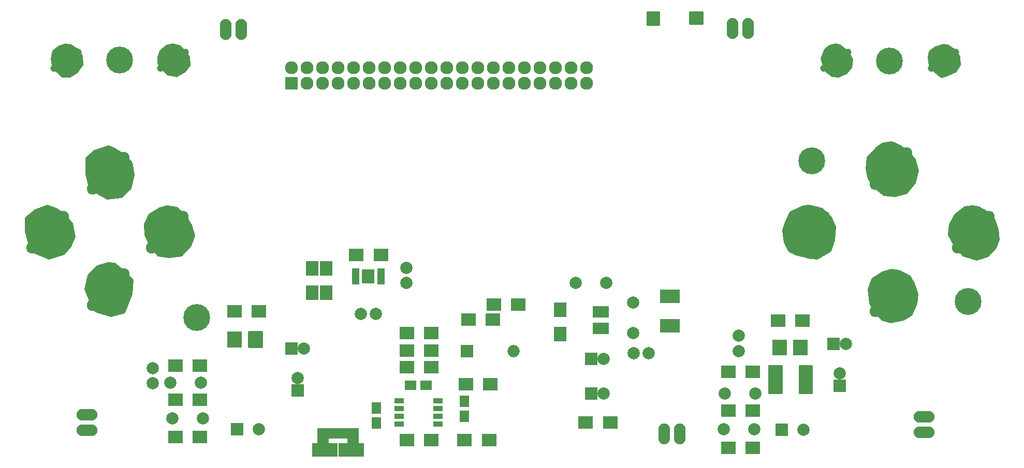
<source format=gts>
G04 #@! TF.FileFunction,Soldermask,Top*
%FSLAX46Y46*%
G04 Gerber Fmt 4.6, Leading zero omitted, Abs format (unit mm)*
G04 Created by KiCad (PCBNEW 4.0.7-e2-6376~58~ubuntu16.04.1) date Sun Sep 24 14:08:17 2017*
%MOMM*%
%LPD*%
G01*
G04 APERTURE LIST*
%ADD10C,0.100000*%
%ADD11C,2.000000*%
%ADD12R,2.000000X2.000000*%
%ADD13R,0.850000X1.780000*%
%ADD14R,1.875000X2.500000*%
%ADD15R,2.775000X2.300000*%
%ADD16R,1.575000X2.300000*%
%ADD17O,1.910000X3.410000*%
%ADD18O,3.410000X1.910000*%
%ADD19R,2.127200X2.127200*%
%ADD20O,2.127200X2.127200*%
%ADD21R,3.190000X2.303000*%
%ADD22R,1.290000X0.705000*%
%ADD23R,1.240000X1.340000*%
%ADD24R,0.800000X1.960000*%
%ADD25R,2.400000X0.800000*%
%ADD26R,1.650000X1.900000*%
%ADD27R,1.900000X1.650000*%
%ADD28O,2.000000X2.000000*%
%ADD29R,1.543000X0.908000*%
%ADD30C,1.924000*%
%ADD31C,1.150000*%
%ADD32R,2.400000X2.100000*%
%ADD33R,2.100000X2.400000*%
%ADD34C,4.400000*%
%ADD35C,0.254000*%
G04 APERTURE END LIST*
D10*
D11*
X130891000Y-113405000D03*
X128391000Y-113405000D03*
X172974000Y-116586000D03*
X172974000Y-111586000D03*
D12*
X166136000Y-120794000D03*
D11*
X168136000Y-120794000D03*
X168536000Y-108344000D03*
X163536000Y-108344000D03*
X175514000Y-119888000D03*
X173014000Y-119888000D03*
X190200000Y-119500000D03*
X190200000Y-117000000D03*
D12*
X197280000Y-132440000D03*
D11*
X200780000Y-132440000D03*
X192786000Y-132334000D03*
X187786000Y-132334000D03*
X94400000Y-122300000D03*
X94400000Y-124800000D03*
D12*
X108204000Y-132334000D03*
D11*
X111704000Y-132334000D03*
X97282000Y-124714000D03*
X102282000Y-124714000D03*
X102616000Y-130556000D03*
X97616000Y-130556000D03*
X187960000Y-126492000D03*
X192960000Y-126492000D03*
D13*
X123400000Y-133040000D03*
X124050000Y-133040000D03*
X124700000Y-133040000D03*
X125350000Y-133040000D03*
X126000000Y-133040000D03*
D14*
X122237500Y-133400000D03*
X127162500Y-133400000D03*
D15*
X121790000Y-135700000D03*
X127610000Y-135700000D03*
D16*
X123860000Y-135700000D03*
X125540000Y-135700000D03*
D17*
X178054000Y-133096000D03*
X180594000Y-133096000D03*
D18*
X220500000Y-132800000D03*
X220500000Y-130260000D03*
X83600000Y-132500000D03*
X83600000Y-129960000D03*
D19*
X117094000Y-75692000D03*
D20*
X117094000Y-73152000D03*
X119634000Y-75692000D03*
X119634000Y-73152000D03*
X122174000Y-75692000D03*
X122174000Y-73152000D03*
X124714000Y-75692000D03*
X124714000Y-73152000D03*
X127254000Y-75692000D03*
X127254000Y-73152000D03*
X129794000Y-75692000D03*
X129794000Y-73152000D03*
X132334000Y-75692000D03*
X132334000Y-73152000D03*
X134874000Y-75692000D03*
X134874000Y-73152000D03*
X137414000Y-75692000D03*
X137414000Y-73152000D03*
X139954000Y-75692000D03*
X139954000Y-73152000D03*
X142494000Y-75692000D03*
X142494000Y-73152000D03*
X145034000Y-75692000D03*
X145034000Y-73152000D03*
X147574000Y-75692000D03*
X147574000Y-73152000D03*
X150114000Y-75692000D03*
X150114000Y-73152000D03*
X152654000Y-75692000D03*
X152654000Y-73152000D03*
X155194000Y-75692000D03*
X155194000Y-73152000D03*
X157734000Y-75692000D03*
X157734000Y-73152000D03*
X160274000Y-75692000D03*
X160274000Y-73152000D03*
X162814000Y-75692000D03*
X162814000Y-73152000D03*
X165354000Y-75692000D03*
X165354000Y-73152000D03*
D21*
X179000000Y-110573500D03*
X179000000Y-115426500D03*
D22*
X131746000Y-108305000D03*
X131746000Y-107805000D03*
X131746000Y-107305000D03*
X131746000Y-106805000D03*
X131746000Y-106305000D03*
X127536000Y-106305000D03*
X127536000Y-106805000D03*
X127536000Y-107305000D03*
X127536000Y-107805000D03*
X127536000Y-108305000D03*
D23*
X129221000Y-106835000D03*
X129221000Y-107775000D03*
X130061000Y-106835000D03*
X130061000Y-107775000D03*
D24*
X166656000Y-115844000D03*
X167306000Y-115844000D03*
X167966000Y-115844000D03*
X168616000Y-115844000D03*
X168616000Y-113144000D03*
X167966000Y-113144000D03*
X167306000Y-113144000D03*
X166656000Y-113144000D03*
D25*
X196905000Y-117975000D03*
X196905000Y-118615000D03*
X196905000Y-119275000D03*
X196905000Y-119915000D03*
X200325000Y-119915000D03*
X200325000Y-119275000D03*
X200325000Y-118615000D03*
X200325000Y-117975000D03*
X107764000Y-116632000D03*
X107764000Y-117272000D03*
X107764000Y-117932000D03*
X107764000Y-118572000D03*
X111184000Y-118572000D03*
X111184000Y-117932000D03*
X111184000Y-117272000D03*
X111184000Y-116632000D03*
D12*
X166136000Y-126494000D03*
D11*
X168136000Y-126494000D03*
D17*
X106300000Y-66900000D03*
X108840000Y-66900000D03*
X189250000Y-66750000D03*
X191790000Y-66750000D03*
D26*
X131000000Y-128850000D03*
X131000000Y-131350000D03*
D27*
X136592000Y-125090000D03*
X139092000Y-125090000D03*
D26*
X145400000Y-130250000D03*
X145400000Y-127750000D03*
D12*
X145800000Y-119500000D03*
D28*
X153420000Y-119500000D03*
D29*
X141017000Y-127685000D03*
X141017000Y-128955000D03*
X141017000Y-130225000D03*
X141017000Y-131495000D03*
X134667000Y-131495000D03*
X134667000Y-130225000D03*
X134667000Y-128955000D03*
X134667000Y-127685000D03*
D30*
X89662000Y-87884000D03*
X84582000Y-92964000D03*
X89662000Y-106934000D03*
X84582000Y-112014000D03*
X79756000Y-97536000D03*
X74676000Y-102616000D03*
X99314000Y-97536000D03*
X94234000Y-102616000D03*
X231140000Y-97536000D03*
X226060000Y-102616000D03*
X217678000Y-107950000D03*
X212598000Y-113030000D03*
X217678000Y-87122000D03*
X212598000Y-92202000D03*
X204216000Y-97536000D03*
X199136000Y-102616000D03*
D11*
X135841000Y-108405000D03*
X135841000Y-105905000D03*
D12*
X206756000Y-125222000D03*
D11*
X206756000Y-123222000D03*
D12*
X205740000Y-118364000D03*
D11*
X207740000Y-118364000D03*
D12*
X117094000Y-119126000D03*
D11*
X119094000Y-119126000D03*
D12*
X118110000Y-125984000D03*
D11*
X118110000Y-123984000D03*
D31*
X221700000Y-73200000D03*
X225700000Y-70600000D03*
X204100000Y-73200000D03*
X208100000Y-70600000D03*
X95700000Y-73200000D03*
X99700000Y-70600000D03*
X78200000Y-73200000D03*
X82200000Y-70600000D03*
D32*
X127700000Y-103800000D03*
X131700000Y-103800000D03*
D33*
X122772000Y-109980000D03*
X122772000Y-105980000D03*
X120486000Y-109980000D03*
X120486000Y-105980000D03*
D32*
X146000000Y-114400000D03*
X150000000Y-114400000D03*
X139942000Y-116540000D03*
X135942000Y-116540000D03*
X135942000Y-119490000D03*
X139942000Y-119490000D03*
X135942000Y-122190000D03*
X139942000Y-122190000D03*
X149600000Y-125000000D03*
X145600000Y-125000000D03*
X145400000Y-134100000D03*
X149400000Y-134100000D03*
X169200000Y-131200000D03*
X165200000Y-131200000D03*
X188500000Y-129286000D03*
X192500000Y-129286000D03*
X200628000Y-114554000D03*
X196628000Y-114554000D03*
X188500000Y-122936000D03*
X192500000Y-122936000D03*
X188500000Y-135382000D03*
X192500000Y-135382000D03*
X98076000Y-127508000D03*
X102076000Y-127508000D03*
X98076000Y-121920000D03*
X102076000Y-121920000D03*
X111728000Y-113030000D03*
X107728000Y-113030000D03*
X98076000Y-133604000D03*
X102076000Y-133604000D03*
D33*
X160986000Y-116744000D03*
X160986000Y-112744000D03*
D32*
X150200000Y-111900000D03*
X154200000Y-111900000D03*
X135922000Y-134112000D03*
X139922000Y-134112000D03*
D34*
X101600000Y-114000000D03*
X214900000Y-72000000D03*
X89000000Y-71850000D03*
X202200000Y-88400000D03*
X227700000Y-111400000D03*
D35*
G36*
X202069577Y-95723431D02*
X203737381Y-96213961D01*
X205295019Y-97576895D01*
X205970673Y-99121246D01*
X205774776Y-101374063D01*
X205194969Y-103113483D01*
X202974075Y-104368771D01*
X201445502Y-104177700D01*
X201410447Y-104154330D01*
X201370802Y-104136792D01*
X199548361Y-103681182D01*
X198396672Y-103009363D01*
X197722133Y-101660286D01*
X197525840Y-100482531D01*
X197429133Y-99612165D01*
X197818294Y-98347393D01*
X198594660Y-96794660D01*
X200540569Y-95821705D01*
X201598864Y-95629288D01*
X202069577Y-95723431D01*
X202069577Y-95723431D01*
G37*
X202069577Y-95723431D02*
X203737381Y-96213961D01*
X205295019Y-97576895D01*
X205970673Y-99121246D01*
X205774776Y-101374063D01*
X205194969Y-103113483D01*
X202974075Y-104368771D01*
X201445502Y-104177700D01*
X201410447Y-104154330D01*
X201370802Y-104136792D01*
X199548361Y-103681182D01*
X198396672Y-103009363D01*
X197722133Y-101660286D01*
X197525840Y-100482531D01*
X197429133Y-99612165D01*
X197818294Y-98347393D01*
X198594660Y-96794660D01*
X200540569Y-95821705D01*
X201598864Y-95629288D01*
X202069577Y-95723431D01*
G36*
X215651280Y-85417630D02*
X216632960Y-85908470D01*
X218208523Y-87090143D01*
X218985731Y-88158803D01*
X219567092Y-89902887D01*
X218985151Y-91939682D01*
X217625881Y-93590224D01*
X215786984Y-94170928D01*
X213950289Y-93977592D01*
X212494008Y-92812568D01*
X211417646Y-91246950D01*
X211028569Y-89690643D01*
X211221859Y-87757747D01*
X212784216Y-86195390D01*
X213654304Y-85518655D01*
X215091835Y-85231148D01*
X215651280Y-85417630D01*
X215651280Y-85417630D01*
G37*
X215651280Y-85417630D02*
X216632960Y-85908470D01*
X218208523Y-87090143D01*
X218985731Y-88158803D01*
X219567092Y-89902887D01*
X218985151Y-91939682D01*
X217625881Y-93590224D01*
X215786984Y-94170928D01*
X213950289Y-93977592D01*
X212494008Y-92812568D01*
X211417646Y-91246950D01*
X211028569Y-89690643D01*
X211221859Y-87757747D01*
X212784216Y-86195390D01*
X213654304Y-85518655D01*
X215091835Y-85231148D01*
X215651280Y-85417630D01*
G36*
X229453522Y-95920220D02*
X230919037Y-96799529D01*
X232088154Y-98066072D01*
X232575263Y-99527399D01*
X232770080Y-101280748D01*
X232191947Y-102629724D01*
X230929764Y-103988998D01*
X229099307Y-104567037D01*
X226871685Y-103889065D01*
X225505423Y-102327623D01*
X224530733Y-100475712D01*
X224723715Y-98835371D01*
X225501733Y-97182081D01*
X227150796Y-95921033D01*
X228496426Y-95728801D01*
X229453522Y-95920220D01*
X229453522Y-95920220D01*
G37*
X229453522Y-95920220D02*
X230919037Y-96799529D01*
X232088154Y-98066072D01*
X232575263Y-99527399D01*
X232770080Y-101280748D01*
X232191947Y-102629724D01*
X230929764Y-103988998D01*
X229099307Y-104567037D01*
X226871685Y-103889065D01*
X225505423Y-102327623D01*
X224530733Y-100475712D01*
X224723715Y-98835371D01*
X225501733Y-97182081D01*
X227150796Y-95921033D01*
X228496426Y-95728801D01*
X229453522Y-95920220D01*
G36*
X216360286Y-106322133D02*
X217918907Y-107101444D01*
X218787527Y-108163090D01*
X219470444Y-110114281D01*
X219276305Y-111764464D01*
X218401353Y-113611585D01*
X217153780Y-114379322D01*
X215005255Y-114769963D01*
X213572117Y-114387793D01*
X212205711Y-112728586D01*
X211624221Y-111662520D01*
X211428802Y-109415205D01*
X212006396Y-107682423D01*
X213655455Y-106615385D01*
X215120610Y-106127000D01*
X215189489Y-106127000D01*
X216360286Y-106322133D01*
X216360286Y-106322133D01*
G37*
X216360286Y-106322133D02*
X217918907Y-107101444D01*
X218787527Y-108163090D01*
X219470444Y-110114281D01*
X219276305Y-111764464D01*
X218401353Y-113611585D01*
X217153780Y-114379322D01*
X215005255Y-114769963D01*
X213572117Y-114387793D01*
X212205711Y-112728586D01*
X211624221Y-111662520D01*
X211428802Y-109415205D01*
X212006396Y-107682423D01*
X213655455Y-106615385D01*
X215120610Y-106127000D01*
X215189489Y-106127000D01*
X216360286Y-106322133D01*
G36*
X206742562Y-69415672D02*
X207513889Y-69994167D01*
X208392127Y-70969986D01*
X208768810Y-71817524D01*
X208579636Y-73047157D01*
X207819559Y-73997252D01*
X206577180Y-74570658D01*
X205450502Y-74476769D01*
X204310663Y-73526902D01*
X203733945Y-71604510D01*
X204305885Y-70079336D01*
X205056805Y-69516146D01*
X206099205Y-69231855D01*
X206742562Y-69415672D01*
X206742562Y-69415672D01*
G37*
X206742562Y-69415672D02*
X207513889Y-69994167D01*
X208392127Y-70969986D01*
X208768810Y-71817524D01*
X208579636Y-73047157D01*
X207819559Y-73997252D01*
X206577180Y-74570658D01*
X205450502Y-74476769D01*
X204310663Y-73526902D01*
X203733945Y-71604510D01*
X204305885Y-70079336D01*
X205056805Y-69516146D01*
X206099205Y-69231855D01*
X206742562Y-69415672D01*
G36*
X224354498Y-69422300D02*
X225510652Y-70193069D01*
X226275720Y-71245038D01*
X226370513Y-72666926D01*
X225713635Y-73699162D01*
X224154376Y-74381338D01*
X223325384Y-74657669D01*
X221896231Y-73514346D01*
X221421927Y-72755459D01*
X221228801Y-71403574D01*
X221415461Y-70470270D01*
X222360456Y-69714274D01*
X223611297Y-69329400D01*
X224354498Y-69422300D01*
X224354498Y-69422300D01*
G37*
X224354498Y-69422300D02*
X225510652Y-70193069D01*
X226275720Y-71245038D01*
X226370513Y-72666926D01*
X225713635Y-73699162D01*
X224154376Y-74381338D01*
X223325384Y-74657669D01*
X221896231Y-73514346D01*
X221421927Y-72755459D01*
X221228801Y-71403574D01*
X221415461Y-70470270D01*
X222360456Y-69714274D01*
X223611297Y-69329400D01*
X224354498Y-69422300D01*
G36*
X81050459Y-69419607D02*
X82203500Y-70188301D01*
X82775138Y-71236304D01*
X82870090Y-72660588D01*
X81912963Y-73904853D01*
X80863018Y-74573000D01*
X79552606Y-74573000D01*
X78597663Y-73618057D01*
X77923419Y-72654851D01*
X77827884Y-71603966D01*
X78017479Y-70371595D01*
X79060221Y-69613238D01*
X80109972Y-69231510D01*
X81050459Y-69419607D01*
X81050459Y-69419607D01*
G37*
X81050459Y-69419607D02*
X82203500Y-70188301D01*
X82775138Y-71236304D01*
X82870090Y-72660588D01*
X81912963Y-73904853D01*
X80863018Y-74573000D01*
X79552606Y-74573000D01*
X78597663Y-73618057D01*
X77923419Y-72654851D01*
X77827884Y-71603966D01*
X78017479Y-70371595D01*
X79060221Y-69613238D01*
X80109972Y-69231510D01*
X81050459Y-69419607D01*
G36*
X98735070Y-69514676D02*
X99799971Y-70579577D01*
X100275402Y-71340267D01*
X100369998Y-72759204D01*
X99615962Y-73701749D01*
X98274248Y-74468442D01*
X96856375Y-74279393D01*
X95701009Y-73220307D01*
X95227000Y-72367091D01*
X95227000Y-71324460D01*
X95606936Y-70374618D01*
X96562529Y-69514585D01*
X97601396Y-69231258D01*
X98735070Y-69514676D01*
X98735070Y-69514676D01*
G37*
X98735070Y-69514676D02*
X99799971Y-70579577D01*
X100275402Y-71340267D01*
X100369998Y-72759204D01*
X99615962Y-73701749D01*
X98274248Y-74468442D01*
X96856375Y-74279393D01*
X95701009Y-73220307D01*
X95227000Y-72367091D01*
X95227000Y-71324460D01*
X95606936Y-70374618D01*
X96562529Y-69514585D01*
X97601396Y-69231258D01*
X98735070Y-69514676D01*
G36*
X88141390Y-86313823D02*
X89716327Y-87396592D01*
X90882040Y-88659449D01*
X91270281Y-90697713D01*
X90784775Y-92833941D01*
X89243267Y-94279104D01*
X86923706Y-94569049D01*
X84883647Y-93500447D01*
X83915747Y-92242176D01*
X83427000Y-90482688D01*
X83427000Y-87861039D01*
X84862312Y-86712789D01*
X87099054Y-85934792D01*
X88141390Y-86313823D01*
X88141390Y-86313823D01*
G37*
X88141390Y-86313823D02*
X89716327Y-87396592D01*
X90882040Y-88659449D01*
X91270281Y-90697713D01*
X90784775Y-92833941D01*
X89243267Y-94279104D01*
X86923706Y-94569049D01*
X84883647Y-93500447D01*
X83915747Y-92242176D01*
X83427000Y-90482688D01*
X83427000Y-87861039D01*
X84862312Y-86712789D01*
X87099054Y-85934792D01*
X88141390Y-86313823D01*
G36*
X78541550Y-96213404D02*
X79914242Y-97095849D01*
X81180880Y-98654788D01*
X81568117Y-100784594D01*
X80891077Y-102332114D01*
X79826588Y-103590148D01*
X77404264Y-104365291D01*
X75173968Y-103492567D01*
X74214644Y-102437310D01*
X73527000Y-99883203D01*
X73527000Y-97660448D01*
X75064261Y-96411423D01*
X77098872Y-95636333D01*
X78541550Y-96213404D01*
X78541550Y-96213404D01*
G37*
X78541550Y-96213404D02*
X79914242Y-97095849D01*
X81180880Y-98654788D01*
X81568117Y-100784594D01*
X80891077Y-102332114D01*
X79826588Y-103590148D01*
X77404264Y-104365291D01*
X75173968Y-103492567D01*
X74214644Y-102437310D01*
X73527000Y-99883203D01*
X73527000Y-97660448D01*
X75064261Y-96411423D01*
X77098872Y-95636333D01*
X78541550Y-96213404D01*
G36*
X88149138Y-105123201D02*
X90011921Y-106691861D01*
X91068823Y-107844845D01*
X90874959Y-110171218D01*
X89705034Y-113193524D01*
X87502860Y-113768004D01*
X84985824Y-112993532D01*
X84115319Y-111445966D01*
X83331911Y-109389520D01*
X83816144Y-107065198D01*
X85367410Y-105610886D01*
X87016591Y-105028822D01*
X88149138Y-105123201D01*
X88149138Y-105123201D01*
G37*
X88149138Y-105123201D02*
X90011921Y-106691861D01*
X91068823Y-107844845D01*
X90874959Y-110171218D01*
X89705034Y-113193524D01*
X87502860Y-113768004D01*
X84985824Y-112993532D01*
X84115319Y-111445966D01*
X83331911Y-109389520D01*
X83816144Y-107065198D01*
X85367410Y-105610886D01*
X87016591Y-105028822D01*
X88149138Y-105123201D01*
G36*
X98243169Y-96018558D02*
X99603376Y-97184449D01*
X100682828Y-98852693D01*
X101166927Y-100595451D01*
X100589156Y-102232470D01*
X99038006Y-103880566D01*
X97001493Y-104171497D01*
X95263596Y-103881848D01*
X94008053Y-102529724D01*
X93125561Y-100470574D01*
X93028585Y-98725020D01*
X93798207Y-97089575D01*
X95451570Y-96117008D01*
X96707396Y-95730600D01*
X98243169Y-96018558D01*
X98243169Y-96018558D01*
G37*
X98243169Y-96018558D02*
X99603376Y-97184449D01*
X100682828Y-98852693D01*
X101166927Y-100595451D01*
X100589156Y-102232470D01*
X99038006Y-103880566D01*
X97001493Y-104171497D01*
X95263596Y-103881848D01*
X94008053Y-102529724D01*
X93125561Y-100470574D01*
X93028585Y-98725020D01*
X93798207Y-97089575D01*
X95451570Y-96117008D01*
X96707396Y-95730600D01*
X98243169Y-96018558D01*
G36*
X108773000Y-118773000D02*
X106827000Y-118773000D01*
X106827000Y-116427000D01*
X108773000Y-116427000D01*
X108773000Y-118773000D01*
X108773000Y-118773000D01*
G37*
X108773000Y-118773000D02*
X106827000Y-118773000D01*
X106827000Y-116427000D01*
X108773000Y-116427000D01*
X108773000Y-118773000D01*
G36*
X112273000Y-118873000D02*
X110127000Y-118873000D01*
X110127000Y-116327000D01*
X112273000Y-116327000D01*
X112273000Y-118873000D01*
X112273000Y-118873000D01*
G37*
X112273000Y-118873000D02*
X110127000Y-118873000D01*
X110127000Y-116327000D01*
X112273000Y-116327000D01*
X112273000Y-118873000D01*
G36*
X197273000Y-126373000D02*
X195127000Y-126373000D01*
X195127000Y-121927000D01*
X197273000Y-121927000D01*
X197273000Y-126373000D01*
X197273000Y-126373000D01*
G37*
X197273000Y-126373000D02*
X195127000Y-126373000D01*
X195127000Y-121927000D01*
X197273000Y-121927000D01*
X197273000Y-126373000D01*
G36*
X202173000Y-126373000D02*
X200127000Y-126373000D01*
X200127000Y-121927000D01*
X202173000Y-121927000D01*
X202173000Y-126373000D01*
X202173000Y-126373000D01*
G37*
X202173000Y-126373000D02*
X200127000Y-126373000D01*
X200127000Y-121927000D01*
X202173000Y-121927000D01*
X202173000Y-126373000D01*
G36*
X177173000Y-66073000D02*
X175227000Y-66073000D01*
X175227000Y-64027000D01*
X177173000Y-64027000D01*
X177173000Y-66073000D01*
X177173000Y-66073000D01*
G37*
X177173000Y-66073000D02*
X175227000Y-66073000D01*
X175227000Y-64027000D01*
X177173000Y-64027000D01*
X177173000Y-66073000D01*
G36*
X184273000Y-65973000D02*
X182227000Y-65973000D01*
X182227000Y-64027000D01*
X184273000Y-64027000D01*
X184273000Y-65973000D01*
X184273000Y-65973000D01*
G37*
X184273000Y-65973000D02*
X182227000Y-65973000D01*
X182227000Y-64027000D01*
X184273000Y-64027000D01*
X184273000Y-65973000D01*
M02*

</source>
